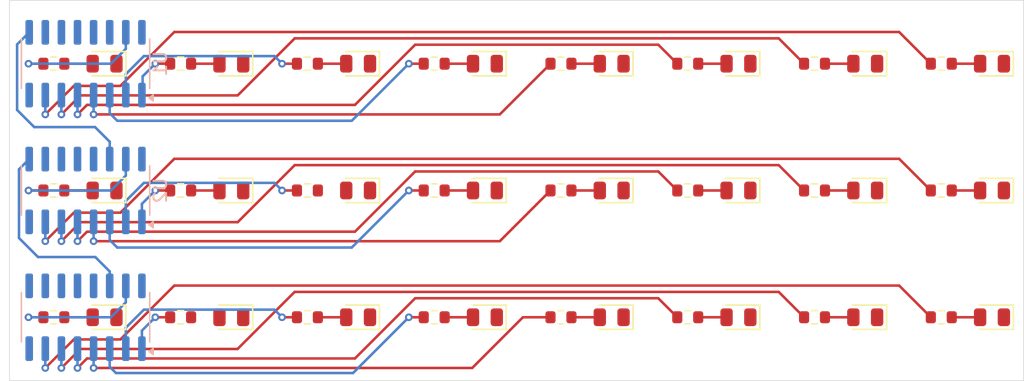
<source format=kicad_pcb>
(kicad_pcb (version 20241229) (generator "pcbnew") (generator_version "9.0")
  (layers (0 "F.Cu" signal) (2 "B.Cu" signal) (13 "F.Paste" user) (15 "B.Paste" user) (5 "F.SilkS" user "F.Silkscreen") (7 "B.SilkS" user "B.Silkscreen") (1 "F.Mask" user) (3 "B.Mask" user) (25 "Edge.Cuts" user))
  (net 0 "")
  (net 1 "Net-(D1-A)")
  (net 2 "Net-(D2-A)")
  (net 3 "Net-(D3-A)")
  (net 4 "Net-(D4-A)")
  (net 5 "Net-(D5-A)")
  (net 6 "Net-(D6-A)")
  (net 7 "Net-(D7-A)")
  (net 8 "Net-(D8-A)")
  (net 9 "Net-(D9-A)")
  (net 10 "Net-(D10-A)")
  (net 11 "Net-(D11-A)")
  (net 12 "Net-(D12-A)")
  (net 13 "Net-(D13-A)")
  (net 14 "Net-(D14-A)")
  (net 15 "Net-(D15-A)")
  (net 16 "Net-(D16-A)")
  (net 17 "GND")
  (net 19 "/5V")
  (net 21 "Net-(U1-QA)")
  (net 22 "Net-(U1-QB)")
  (net 23 "Net-(U1-QC)")
  (net 24 "Net-(U1-QD)")
  (net 25 "Net-(U1-QE)")
  (net 26 "Net-(U1-QF)")
  (net 27 "Net-(U1-QG)")
  (net 28 "Net-(U1-QH)")
  (net 29 "Net-(U2-QA)")
  (net 30 "Net-(U2-QB)")
  (net 31 "Net-(U2-QC)")
  (net 32 "Net-(U2-QD)")
  (net 33 "Net-(U2-QE)")
  (net 34 "Net-(U2-QF)")
  (net 35 "Net-(U2-QG)")
  (net 36 "Net-(U2-QH)")
  (net 37 "Net-(D17-A)")
  (net 38 "Net-(D18-A)")
  (net 39 "Net-(D19-A)")
  (net 40 "Net-(D20-A)")
  (net 41 "Net-(D21-A)")
  (net 42 "Net-(D22-A)")
  (net 43 "Net-(D23-A)")
  (net 44 "Net-(D24-A)")
  (net 45 "Net-(U3-QA)")
  (net 46 "Net-(U3-QB)")
  (net 47 "Net-(U3-QC)")
  (net 48 "Net-(U3-QD)")
  (net 49 "Net-(U3-QE)")
  (net 50 "Net-(U3-QF)")
  (net 51 "Net-(U3-QG)")
  (net 52 "Net-(U3-QH)")
  (net 55 "/SR_CLK")
  (net 56 "/SER2")
  (net 57 "/OE")
  (net 58 "/RC_CLK")
  (net 59 "/SER1")
  (net 60 "/SER3")
  (footprint "Resistor_SMD:R_0603_1608Metric" (layer "F.Cu") (at 168 46)
    (property "Reference" "R8" (hide yes))
    (property "Value" "330")
    (fp_line (start -0.237258 -0.5225) (end 0.237258 -0.5225) (stroke (width 0.12)) (layer "F.SilkS"))
    (fp_line (start -0.237258 0.5225) (end 0.237258 0.5225) (stroke (width 0.12)) (layer "F.SilkS"))
    (pad "1" smd roundrect (at -0.825 0) (size 0.8 0.95) (layers "F.Cu" "F.Mask" "F.Paste") (net 28 "Net-(U1-QH)"))
    (pad "2" smd roundrect (at 0.825 0) (size 0.8 0.95) (layers "F.Cu" "F.Mask" "F.Paste") (net 8 "Net-(D8-A)"))
  )
  (footprint "Resistor_SMD:R_0603_1608Metric" (layer "F.Cu") (at 158 66)
    (property "Reference" "R23" (hide yes))
    (property "Value" "330")
    (fp_line (start -0.237258 -0.5225) (end 0.237258 -0.5225) (stroke (width 0.12)) (layer "F.SilkS"))
    (fp_line (start -0.237258 0.5225) (end 0.237258 0.5225) (stroke (width 0.12)) (layer "F.SilkS"))
    (pad "1" smd roundrect (at -0.825 0) (size 0.8 0.95) (layers "F.Cu" "F.Mask" "F.Paste") (net 51 "Net-(U3-QG)"))
    (pad "2" smd roundrect (at 0.825 0) (size 0.8 0.95) (layers "F.Cu" "F.Mask" "F.Paste") (net 43 "Net-(D23-A)"))
  )
  (footprint "LED_SMD:LED_0805_2012Metric" (layer "F.Cu") (at 162 56 180)
    (property "Reference" "D15" (hide yes))
    (property "Value" "LED")
    (fp_line (start 1 -0.96) (end -1.685 -0.96) (stroke (width 0.12)) (layer "F.SilkS"))
    (fp_line (start -1.685 0.96) (end 1 0.96) (stroke (width 0.12)) (layer "F.SilkS"))
    (fp_line (start -1.685 -0.96) (end -1.685 0.96) (stroke (width 0.12)) (layer "F.SilkS"))
    (pad "1" smd roundrect (at -0.9375 0 180) (size 0.975 1.4) (layers "F.Cu" "F.Mask" "F.Paste") (net 17 "GND"))
    (pad "2" smd roundrect (at 0.9375 0 180) (size 0.975 1.4) (layers "F.Cu" "F.Mask" "F.Paste") (net 15 "Net-(D15-A)"))
  )
  (footprint "Resistor_SMD:R_0603_1608Metric" (layer "F.Cu") (at 118 66)
    (property "Reference" "R19" (hide yes))
    (property "Value" "330")
    (fp_line (start -0.237258 -0.5225) (end 0.237258 -0.5225) (stroke (width 0.12)) (layer "F.SilkS"))
    (fp_line (start -0.237258 0.5225) (end 0.237258 0.5225) (stroke (width 0.12)) (layer "F.SilkS"))
    (pad "1" smd roundrect (at -0.825 0) (size 0.8 0.95) (layers "F.Cu" "F.Mask" "F.Paste") (net 47 "Net-(U3-QC)"))
    (pad "2" smd roundrect (at 0.825 0) (size 0.8 0.95) (layers "F.Cu" "F.Mask" "F.Paste") (net 39 "Net-(D19-A)"))
  )
  (footprint "Resistor_SMD:R_0603_1608Metric" (layer "F.Cu") (at 128 56)
    (property "Reference" "R12" (hide yes))
    (property "Value" "330")
    (fp_line (start -0.237258 -0.5225) (end 0.237258 -0.5225) (stroke (width 0.12)) (layer "F.SilkS"))
    (fp_line (start -0.237258 0.5225) (end 0.237258 0.5225) (stroke (width 0.12)) (layer "F.SilkS"))
    (pad "1" smd roundrect (at -0.825 0) (size 0.8 0.95) (layers "F.Cu" "F.Mask" "F.Paste") (net 32 "Net-(U2-QD)"))
    (pad "2" smd roundrect (at 0.825 0) (size 0.8 0.95) (layers "F.Cu" "F.Mask" "F.Paste") (net 12 "Net-(D12-A)"))
  )
  (footprint "Resistor_SMD:R_0603_1608Metric" (layer "F.Cu") (at 118 46)
    (property "Reference" "R3" (hide yes))
    (property "Value" "330")
    (fp_line (start -0.237258 -0.5225) (end 0.237258 -0.5225) (stroke (width 0.12)) (layer "F.SilkS"))
    (fp_line (start -0.237258 0.5225) (end 0.237258 0.5225) (stroke (width 0.12)) (layer "F.SilkS"))
    (pad "1" smd roundrect (at -0.825 0) (size 0.8 0.95) (layers "F.Cu" "F.Mask" "F.Paste") (net 23 "Net-(U1-QC)"))
    (pad "2" smd roundrect (at 0.825 0) (size 0.8 0.95) (layers "F.Cu" "F.Mask" "F.Paste") (net 3 "Net-(D3-A)"))
  )
  (footprint "LED_SMD:LED_0805_2012Metric" (layer "F.Cu") (at 152 46 180)
    (property "Reference" "D6" (hide yes))
    (property "Value" "LED")
    (fp_line (start 1 -0.96) (end -1.685 -0.96) (stroke (width 0.12)) (layer "F.SilkS"))
    (fp_line (start -1.685 0.96) (end 1 0.96) (stroke (width 0.12)) (layer "F.SilkS"))
    (fp_line (start -1.685 -0.96) (end -1.685 0.96) (stroke (width 0.12)) (layer "F.SilkS"))
    (pad "1" smd roundrect (at -0.9375 0 180) (size 0.975 1.4) (layers "F.Cu" "F.Mask" "F.Paste") (net 17 "GND"))
    (pad "2" smd roundrect (at 0.9375 0 180) (size 0.975 1.4) (layers "F.Cu" "F.Mask" "F.Paste") (net 6 "Net-(D6-A)"))
  )
  (footprint "LED_SMD:LED_0805_2012Metric" (layer "F.Cu") (at 102 66 180)
    (property "Reference" "D17" (hide yes))
    (property "Value" "LED")
    (fp_line (start 1 -0.96) (end -1.685 -0.96) (stroke (width 0.12)) (layer "F.SilkS"))
    (fp_line (start -1.685 0.96) (end 1 0.96) (stroke (width 0.12)) (layer "F.SilkS"))
    (fp_line (start -1.685 -0.96) (end -1.685 0.96) (stroke (width 0.12)) (layer "F.SilkS"))
    (pad "1" smd roundrect (at -0.9375 0 180) (size 0.975 1.4) (layers "F.Cu" "F.Mask" "F.Paste") (net 17 "GND"))
    (pad "2" smd roundrect (at 0.9375 0 180) (size 0.975 1.4) (layers "F.Cu" "F.Mask" "F.Paste") (net 37 "Net-(D17-A)"))
  )
  (footprint "LED_SMD:LED_0805_2012Metric" (layer "F.Cu") (at 132 66 180)
    (property "Reference" "D20" (hide yes))
    (property "Value" "LED")
    (fp_line (start 1 -0.96) (end -1.685 -0.96) (stroke (width 0.12)) (layer "F.SilkS"))
    (fp_line (start -1.685 0.96) (end 1 0.96) (stroke (width 0.12)) (layer "F.SilkS"))
    (fp_line (start -1.685 -0.96) (end -1.685 0.96) (stroke (width 0.12)) (layer "F.SilkS"))
    (pad "1" smd roundrect (at -0.9375 0 180) (size 0.975 1.4) (layers "F.Cu" "F.Mask" "F.Paste") (net 17 "GND"))
    (pad "2" smd roundrect (at 0.9375 0 180) (size 0.975 1.4) (layers "F.Cu" "F.Mask" "F.Paste") (net 40 "Net-(D20-A)"))
  )
  (footprint "LED_SMD:LED_0805_2012Metric" (layer "F.Cu") (at 132 46 180)
    (property "Reference" "D4" (hide yes))
    (property "Value" "LED")
    (fp_line (start 1 -0.96) (end -1.685 -0.96) (stroke (width 0.12)) (layer "F.SilkS"))
    (fp_line (start -1.685 0.96) (end 1 0.96) (stroke (width 0.12)) (layer "F.SilkS"))
    (fp_line (start -1.685 -0.96) (end -1.685 0.96) (stroke (width 0.12)) (layer "F.SilkS"))
    (pad "1" smd roundrect (at -0.9375 0 180) (size 0.975 1.4) (layers "F.Cu" "F.Mask" "F.Paste") (net 17 "GND"))
    (pad "2" smd roundrect (at 0.9375 0 180) (size 0.975 1.4) (layers "F.Cu" "F.Mask" "F.Paste") (net 4 "Net-(D4-A)"))
  )
  (footprint "Resistor_SMD:R_0603_1608Metric" (layer "F.Cu") (at 168 66)
    (property "Reference" "R24" (hide yes))
    (property "Value" "330")
    (fp_line (start -0.237258 -0.5225) (end 0.237258 -0.5225) (stroke (width 0.12)) (layer "F.SilkS"))
    (fp_line (start -0.237258 0.5225) (end 0.237258 0.5225) (stroke (width 0.12)) (layer "F.SilkS"))
    (pad "1" smd roundrect (at -0.825 0) (size 0.8 0.95) (layers "F.Cu" "F.Mask" "F.Paste") (net 52 "Net-(U3-QH)"))
    (pad "2" smd roundrect (at 0.825 0) (size 0.8 0.95) (layers "F.Cu" "F.Mask" "F.Paste") (net 44 "Net-(D24-A)"))
  )
  (footprint "Resistor_SMD:R_0603_1608Metric" (layer "F.Cu") (at 148 66)
    (property "Reference" "R22" (hide yes))
    (property "Value" "330")
    (fp_line (start -0.237258 -0.5225) (end 0.237258 -0.5225) (stroke (width 0.12)) (layer "F.SilkS"))
    (fp_line (start -0.237258 0.5225) (end 0.237258 0.5225) (stroke (width 0.12)) (layer "F.SilkS"))
    (pad "1" smd roundrect (at -0.825 0) (size 0.8 0.95) (layers "F.Cu" "F.Mask" "F.Paste") (net 50 "Net-(U3-QF)"))
    (pad "2" smd roundrect (at 0.825 0) (size 0.8 0.95) (layers "F.Cu" "F.Mask" "F.Paste") (net 42 "Net-(D22-A)"))
  )
  (footprint "LED_SMD:LED_0805_2012Metric" (layer "F.Cu") (at 152 56 180)
    (property "Reference" "D14" (hide yes))
    (property "Value" "LED")
    (fp_line (start 1 -0.96) (end -1.685 -0.96) (stroke (width 0.12)) (layer "F.SilkS"))
    (fp_line (start -1.685 0.96) (end 1 0.96) (stroke (width 0.12)) (layer "F.SilkS"))
    (fp_line (start -1.685 -0.96) (end -1.685 0.96) (stroke (width 0.12)) (layer "F.SilkS"))
    (pad "1" smd roundrect (at -0.9375 0 180) (size 0.975 1.4) (layers "F.Cu" "F.Mask" "F.Paste") (net 17 "GND"))
    (pad "2" smd roundrect (at 0.9375 0 180) (size 0.975 1.4) (layers "F.Cu" "F.Mask" "F.Paste") (net 14 "Net-(D14-A)"))
  )
  (footprint "LED_SMD:LED_0805_2012Metric" (layer "F.Cu") (at 122 66 180)
    (property "Reference" "D19" (hide yes))
    (property "Value" "LED")
    (fp_line (start 1 -0.96) (end -1.685 -0.96) (stroke (width 0.12)) (layer "F.SilkS"))
    (fp_line (start -1.685 0.96) (end 1 0.96) (stroke (width 0.12)) (layer "F.SilkS"))
    (fp_line (start -1.685 -0.96) (end -1.685 0.96) (stroke (width 0.12)) (layer "F.SilkS"))
    (pad "1" smd roundrect (at -0.9375 0 180) (size 0.975 1.4) (layers "F.Cu" "F.Mask" "F.Paste") (net 17 "GND"))
    (pad "2" smd roundrect (at 0.9375 0 180) (size 0.975 1.4) (layers "F.Cu" "F.Mask" "F.Paste") (net 39 "Net-(D19-A)"))
  )
  (footprint "Resistor_SMD:R_0603_1608Metric" (layer "F.Cu") (at 98 46)
    (property "Reference" "R1" (hide yes))
    (property "Value" "330")
    (fp_line (start -0.237258 -0.5225) (end 0.237258 -0.5225) (stroke (width 0.12)) (layer "F.SilkS"))
    (fp_line (start -0.237258 0.5225) (end 0.237258 0.5225) (stroke (width 0.12)) (layer "F.SilkS"))
    (pad "1" smd roundrect (at -0.825 0) (size 0.8 0.95) (layers "F.Cu" "F.Mask" "F.Paste") (net 21 "Net-(U1-QA)"))
    (pad "2" smd roundrect (at 0.825 0) (size 0.8 0.95) (layers "F.Cu" "F.Mask" "F.Paste") (net 1 "Net-(D1-A)"))
  )
  (footprint "Resistor_SMD:R_0603_1608Metric" (layer "F.Cu") (at 148 46)
    (property "Reference" "R6" (hide yes))
    (property "Value" "330")
    (fp_line (start -0.237258 -0.5225) (end 0.237258 -0.5225) (stroke (width 0.12)) (layer "F.SilkS"))
    (fp_line (start -0.237258 0.5225) (end 0.237258 0.5225) (stroke (width 0.12)) (layer "F.SilkS"))
    (pad "1" smd roundrect (at -0.825 0) (size 0.8 0.95) (layers "F.Cu" "F.Mask" "F.Paste") (net 26 "Net-(U1-QF)"))
    (pad "2" smd roundrect (at 0.825 0) (size 0.8 0.95) (layers "F.Cu" "F.Mask" "F.Paste") (net 6 "Net-(D6-A)"))
  )
  (footprint "LED_SMD:LED_0805_2012Metric" (layer "F.Cu") (at 162 66 180)
    (property "Reference" "D23" (hide yes))
    (property "Value" "LED")
    (fp_line (start 1 -0.96) (end -1.685 -0.96) (stroke (width 0.12)) (layer "F.SilkS"))
    (fp_line (start -1.685 0.96) (end 1 0.96) (stroke (width 0.12)) (layer "F.SilkS"))
    (fp_line (start -1.685 -0.96) (end -1.685 0.96) (stroke (width 0.12)) (layer "F.SilkS"))
    (pad "1" smd roundrect (at -0.9375 0 180) (size 0.975 1.4) (layers "F.Cu" "F.Mask" "F.Paste") (net 17 "GND"))
    (pad "2" smd roundrect (at 0.9375 0 180) (size 0.975 1.4) (layers "F.Cu" "F.Mask" "F.Paste") (net 43 "Net-(D23-A)"))
  )
  (footprint "LED_SMD:LED_0805_2012Metric" (layer "F.Cu") (at 172 56 180)
    (property "Reference" "D16" (hide yes))
    (property "Value" "LED")
    (fp_line (start 1 -0.96) (end -1.685 -0.96) (stroke (width 0.12)) (layer "F.SilkS"))
    (fp_line (start -1.685 0.96) (end 1 0.96) (stroke (width 0.12)) (layer "F.SilkS"))
    (fp_line (start -1.685 -0.96) (end -1.685 0.96) (stroke (width 0.12)) (layer "F.SilkS"))
    (pad "1" smd roundrect (at -0.9375 0 180) (size 0.975 1.4) (layers "F.Cu" "F.Mask" "F.Paste") (net 17 "GND"))
    (pad "2" smd roundrect (at 0.9375 0 180) (size 0.975 1.4) (layers "F.Cu" "F.Mask" "F.Paste") (net 16 "Net-(D16-A)"))
  )
  (footprint "LED_SMD:LED_0805_2012Metric" (layer "F.Cu") (at 122 56 180)
    (property "Reference" "D11" (hide yes))
    (property "Value" "LED")
    (fp_line (start 1 -0.96) (end -1.685 -0.96) (stroke (width 0.12)) (layer "F.SilkS"))
    (fp_line (start -1.685 0.96) (end 1 0.96) (stroke (width 0.12)) (layer "F.SilkS"))
    (fp_line (start -1.685 -0.96) (end -1.685 0.96) (stroke (width 0.12)) (layer "F.SilkS"))
    (pad "1" smd roundrect (at -0.9375 0 180) (size 0.975 1.4) (layers "F.Cu" "F.Mask" "F.Paste") (net 17 "GND"))
    (pad "2" smd roundrect (at 0.9375 0 180) (size 0.975 1.4) (layers "F.Cu" "F.Mask" "F.Paste") (net 11 "Net-(D11-A)"))
  )
  (footprint "Resistor_SMD:R_0603_1608Metric" (layer "F.Cu") (at 138 46)
    (property "Reference" "R5" (hide yes))
    (property "Value" "330")
    (fp_line (start -0.237258 -0.5225) (end 0.237258 -0.5225) (stroke (width 0.12)) (layer "F.SilkS"))
    (fp_line (start -0.237258 0.5225) (end 0.237258 0.5225) (stroke (width 0.12)) (layer "F.SilkS"))
    (pad "1" smd roundrect (at -0.825 0) (size 0.8 0.95) (layers "F.Cu" "F.Mask" "F.Paste") (net 25 "Net-(U1-QE)"))
    (pad "2" smd roundrect (at 0.825 0) (size 0.8 0.95) (layers "F.Cu" "F.Mask" "F.Paste") (net 5 "Net-(D5-A)"))
  )
  (footprint "LED_SMD:LED_0805_2012Metric" (layer "F.Cu") (at 112 56 180)
    (property "Reference" "D10" (hide yes))
    (property "Value" "LED")
    (fp_line (start 1 -0.96) (end -1.685 -0.96) (stroke (width 0.12)) (layer "F.SilkS"))
    (fp_line (start -1.685 0.96) (end 1 0.96) (stroke (width 0.12)) (layer "F.SilkS"))
    (fp_line (start -1.685 -0.96) (end -1.685 0.96) (stroke (width 0.12)) (layer "F.SilkS"))
    (pad "1" smd roundrect (at -0.9375 0 180) (size 0.975 1.4) (layers "F.Cu" "F.Mask" "F.Paste") (net 17 "GND"))
    (pad "2" smd roundrect (at 0.9375 0 180) (size 0.975 1.4) (layers "F.Cu" "F.Mask" "F.Paste") (net 10 "Net-(D10-A)"))
  )
  (footprint "LED_SMD:LED_0805_2012Metric" (layer "F.Cu") (at 142 46 180)
    (property "Reference" "D5" (hide yes))
    (property "Value" "LED")
    (fp_line (start 1 -0.96) (end -1.685 -0.96) (stroke (width 0.12)) (layer "F.SilkS"))
    (fp_line (start -1.685 0.96) (end 1 0.96) (stroke (width 0.12)) (layer "F.SilkS"))
    (fp_line (start -1.685 -0.96) (end -1.685 0.96) (stroke (width 0.12)) (layer "F.SilkS"))
    (pad "1" smd roundrect (at -0.9375 0 180) (size 0.975 1.4) (layers "F.Cu" "F.Mask" "F.Paste") (net 17 "GND"))
    (pad "2" smd roundrect (at 0.9375 0 180) (size 0.975 1.4) (layers "F.Cu" "F.Mask" "F.Paste") (net 5 "Net-(D5-A)"))
  )
  (footprint "Resistor_SMD:R_0603_1608Metric" (layer "F.Cu") (at 148 56)
    (property "Reference" "R14" (hide yes))
    (property "Value" "330")
    (fp_line (start -0.237258 -0.5225) (end 0.237258 -0.5225) (stroke (width 0.12)) (layer "F.SilkS"))
    (fp_line (start -0.237258 0.5225) (end 0.237258 0.5225) (stroke (width 0.12)) (layer "F.SilkS"))
    (pad "1" smd roundrect (at -0.825 0) (size 0.8 0.95) (layers "F.Cu" "F.Mask" "F.Paste") (net 34 "Net-(U2-QF)"))
    (pad "2" smd roundrect (at 0.825 0) (size 0.8 0.95) (layers "F.Cu" "F.Mask" "F.Paste") (net 14 "Net-(D14-A)"))
  )
  (footprint "LED_SMD:LED_0805_2012Metric" (layer "F.Cu") (at 112 46 180)
    (property "Reference" "D2" (hide yes))
    (property "Value" "LED")
    (fp_line (start 1 -0.96) (end -1.685 -0.96) (stroke (width 0.12)) (layer "F.SilkS"))
    (fp_line (start -1.685 0.96) (end 1 0.96) (stroke (width 0.12)) (layer "F.SilkS"))
    (fp_line (start -1.685 -0.96) (end -1.685 0.96) (stroke (width 0.12)) (layer "F.SilkS"))
    (pad "1" smd roundrect (at -0.9375 0 180) (size 0.975 1.4) (layers "F.Cu" "F.Mask" "F.Paste") (net 17 "GND"))
    (pad "2" smd roundrect (at 0.9375 0 180) (size 0.975 1.4) (layers "F.Cu" "F.Mask" "F.Paste") (net 2 "Net-(D2-A)"))
  )
  (footprint "LED_SMD:LED_0805_2012Metric" (layer "F.Cu") (at 102 56 180)
    (property "Reference" "D9" (hide yes))
    (property "Value" "LED")
    (fp_line (start 1 -0.96) (end -1.685 -0.96) (stroke (width 0.12)) (layer "F.SilkS"))
    (fp_line (start -1.685 0.96) (end 1 0.96) (stroke (width 0.12)) (layer "F.SilkS"))
    (fp_line (start -1.685 -0.96) (end -1.685 0.96) (stroke (width 0.12)) (layer "F.SilkS"))
    (pad "1" smd roundrect (at -0.9375 0 180) (size 0.975 1.4) (layers "F.Cu" "F.Mask" "F.Paste") (net 17 "GND"))
    (pad "2" smd roundrect (at 0.9375 0 180) (size 0.975 1.4) (layers "F.Cu" "F.Mask" "F.Paste") (net 9 "Net-(D9-A)"))
  )
  (footprint "LED_SMD:LED_0805_2012Metric" (layer "F.Cu") (at 122 46 180)
    (property "Reference" "D3" (hide yes))
    (property "Value" "LED")
    (fp_line (start 1 -0.96) (end -1.685 -0.96) (stroke (width 0.12)) (layer "F.SilkS"))
    (fp_line (start -1.685 0.96) (end 1 0.96) (stroke (width 0.12)) (layer "F.SilkS"))
    (fp_line (start -1.685 -0.96) (end -1.685 0.96) (stroke (width 0.12)) (layer "F.SilkS"))
    (pad "1" smd roundrect (at -0.9375 0 180) (size 0.975 1.4) (layers "F.Cu" "F.Mask" "F.Paste") (net 17 "GND"))
    (pad "2" smd roundrect (at 0.9375 0 180) (size 0.975 1.4) (layers "F.Cu" "F.Mask" "F.Paste") (net 3 "Net-(D3-A)"))
  )
  (footprint "Resistor_SMD:R_0603_1608Metric" (layer "F.Cu") (at 158 46)
    (property "Reference" "R7" (hide yes))
    (property "Value" "330")
    (fp_line (start -0.237258 -0.5225) (end 0.237258 -0.5225) (stroke (width 0.12)) (layer "F.SilkS"))
    (fp_line (start -0.237258 0.5225) (end 0.237258 0.5225) (stroke (width 0.12)) (layer "F.SilkS"))
    (pad "1" smd roundrect (at -0.825 0) (size 0.8 0.95) (layers "F.Cu" "F.Mask" "F.Paste") (net 27 "Net-(U1-QG)"))
    (pad "2" smd roundrect (at 0.825 0) (size 0.8 0.95) (layers "F.Cu" "F.Mask" "F.Paste") (net 7 "Net-(D7-A)"))
  )
  (footprint "Resistor_SMD:R_0603_1608Metric" (layer "F.Cu") (at 138 66)
    (property "Reference" "R21" (hide yes))
    (property "Value" "330")
    (fp_line (start -0.237258 -0.5225) (end 0.237258 -0.5225) (stroke (width 0.12)) (layer "F.SilkS"))
    (fp_line (start -0.237258 0.5225) (end 0.237258 0.5225) (stroke (width 0.12)) (layer "F.SilkS"))
    (pad "1" smd roundrect (at -0.825 0) (size 0.8 0.95) (layers "F.Cu" "F.Mask" "F.Paste") (net 49 "Net-(U3-QE)"))
    (pad "2" smd roundrect (at 0.825 0) (size 0.8 0.95) (layers "F.Cu" "F.Mask" "F.Paste") (net 41 "Net-(D21-A)"))
  )
  (footprint "Resistor_SMD:R_0603_1608Metric" (layer "F.Cu") (at 98 66)
    (property "Reference" "R17" (hide yes))
    (property "Value" "330")
    (fp_line (start -0.237258 -0.5225) (end 0.237258 -0.5225) (stroke (width 0.12)) (layer "F.SilkS"))
    (fp_line (start -0.237258 0.5225) (end 0.237258 0.5225) (stroke (width 0.12)) (layer "F.SilkS"))
    (pad "1" smd roundrect (at -0.825 0) (size 0.8 0.95) (layers "F.Cu" "F.Mask" "F.Paste") (net 45 "Net-(U3-QA)"))
    (pad "2" smd roundrect (at 0.825 0) (size 0.8 0.95) (layers "F.Cu" "F.Mask" "F.Paste") (net 37 "Net-(D17-A)"))
  )
  (footprint "LED_SMD:LED_0805_2012Metric" (layer "F.Cu") (at 152 66 180)
    (property "Reference" "D22" (hide yes))
    (property "Value" "LED")
    (fp_line (start 1 -0.96) (end -1.685 -0.96) (stroke (width 0.12)) (layer "F.SilkS"))
    (fp_line (start -1.685 0.96) (end 1 0.96) (stroke (width 0.12)) (layer "F.SilkS"))
    (fp_line (start -1.685 -0.96) (end -1.685 0.96) (stroke (width 0.12)) (layer "F.SilkS"))
    (pad "1" smd roundrect (at -0.9375 0 180) (size 0.975 1.4) (layers "F.Cu" "F.Mask" "F.Paste") (net 17 "GND"))
    (pad "2" smd roundrect (at 0.9375 0 180) (size 0.975 1.4) (layers "F.Cu" "F.Mask" "F.Paste") (net 42 "Net-(D22-A)"))
  )
  (footprint "LED_SMD:LED_0805_2012Metric" (layer "F.Cu") (at 142 56 180)
    (property "Reference" "D13" (hide yes))
    (property "Value" "LED")
    (fp_line (start 1 -0.96) (end -1.685 -0.96) (stroke (width 0.12)) (layer "F.SilkS"))
    (fp_line (start -1.685 0.96) (end 1 0.96) (stroke (width 0.12)) (layer "F.SilkS"))
    (fp_line (start -1.685 -0.96) (end -1.685 0.96) (stroke (width 0.12)) (layer "F.SilkS"))
    (pad "1" smd roundrect (at -0.9375 0 180) (size 0.975 1.4) (layers "F.Cu" "F.Mask" "F.Paste") (net 17 "GND"))
    (pad "2" smd roundrect (at 0.9375 0 180) (size 0.975 1.4) (layers "F.Cu" "F.Mask" "F.Paste") (net 13 "Net-(D13-A)"))
  )
  (footprint "Resistor_SMD:R_0603_1608Metric" (layer "F.Cu") (at 128 66)
    (property "Reference" "R20" (hide yes))
    (property "Value" "330")
    (fp_line (start -0.237258 -0.5225) (end 0.237258 -0.5225) (stroke (width 0.12)) (layer "F.SilkS"))
    (fp_line (start -0.237258 0.5225) (end 0.237258 0.5225) (stroke (width 0.12)) (layer "F.SilkS"))
    (pad "1" smd roundrect (at -0.825 0) (size 0.8 0.95) (layers "F.Cu" "F.Mask" "F.Paste") (net 48 "Net-(U3-QD)"))
    (pad "2" smd roundrect (at 0.825 0) (size 0.8 0.95) (layers "F.Cu" "F.Mask" "F.Paste") (net 40 "Net-(D20-A)"))
  )
  (footprint "LED_SMD:LED_0805_2012Metric" (layer "F.Cu") (at 112 66 180)
    (property "Reference" "D18" (hide yes))
    (property "Value" "LED")
    (fp_line (start 1 -0.96) (end -1.685 -0.96) (stroke (width 0.12)) (layer "F.SilkS"))
    (fp_line (start -1.685 0.96) (end 1 0.96) (stroke (width 0.12)) (layer "F.SilkS"))
    (fp_line (start -1.685 -0.96) (end -1.685 0.96) (stroke (width 0.12)) (layer "F.SilkS"))
    (pad "1" smd roundrect (at -0.9375 0 180) (size 0.975 1.4) (layers "F.Cu" "F.Mask" "F.Paste") (net 17 "GND"))
    (pad "2" smd roundrect (at 0.9375 0 180) (size 0.975 1.4) (layers "F.Cu" "F.Mask" "F.Paste") (net 38 "Net-(D18-A)"))
  )
  (footprint "Resistor_SMD:R_0603_1608Metric" (layer "F.Cu") (at 108 46)
    (property "Reference" "R2" (hide yes))
    (property "Value" "330")
    (fp_line (start -0.237258 -0.5225) (end 0.237258 -0.5225) (stroke (width 0.12)) (layer "F.SilkS"))
    (fp_line (start -0.237258 0.5225) (end 0.237258 0.5225) (stroke (width 0.12)) (layer "F.SilkS"))
    (pad "1" smd roundrect (at -0.825 0) (size 0.8 0.95) (layers "F.Cu" "F.Mask" "F.Paste") (net 22 "Net-(U1-QB)"))
    (pad "2" smd roundrect (at 0.825 0) (size 0.8 0.95) (layers "F.Cu" "F.Mask" "F.Paste") (net 2 "Net-(D2-A)"))
  )
  (footprint "Resistor_SMD:R_0603_1608Metric" (layer "F.Cu") (at 128 46)
    (property "Reference" "R4" (hide yes))
    (property "Value" "330")
    (fp_line (start -0.237258 -0.5225) (end 0.237258 -0.5225) (stroke (width 0.12)) (layer "F.SilkS"))
    (fp_line (start -0.237258 0.5225) (end 0.237258 0.5225) (stroke (width 0.12)) (layer "F.SilkS"))
    (pad "1" smd roundrect (at -0.825 0) (size 0.8 0.95) (layers "F.Cu" "F.Mask" "F.Paste") (net 24 "Net-(U1-QD)"))
    (pad "2" smd roundrect (at 0.825 0) (size 0.8 0.95) (layers "F.Cu" "F.Mask" "F.Paste") (net 4 "Net-(D4-A)"))
  )
  (footprint "Resistor_SMD:R_0603_1608Metric" (layer "F.Cu") (at 98 56)
    (property "Reference" "R9" (hide yes))
    (property "Value" "330")
    (fp_line (start -0.237258 -0.5225) (end 0.237258 -0.5225) (stroke (width 0.12)) (layer "F.SilkS"))
    (fp_line (start -0.237258 0.5225) (end 0.237258 0.5225) (stroke (width 0.12)) (layer "F.SilkS"))
    (pad "1" smd roundrect (at -0.825 0) (size 0.8 0.95) (layers "F.Cu" "F.Mask" "F.Paste") (net 29 "Net-(U2-QA)"))
    (pad "2" smd roundrect (at 0.825 0) (size 0.8 0.95) (layers "F.Cu" "F.Mask" "F.Paste") (net 9 "Net-(D9-A)"))
  )
  (footprint "LED_SMD:LED_0805_2012Metric" (layer "F.Cu") (at 162 46 180)
    (property "Reference" "D7" (hide yes))
    (property "Value" "LED")
    (fp_line (start 1 -0.96) (end -1.685 -0.96) (stroke (width 0.12)) (layer "F.SilkS"))
    (fp_line (start -1.685 0.96) (end 1 0.96) (stroke (width 0.12)) (layer "F.SilkS"))
    (fp_line (start -1.685 -0.96) (end -1.685 0.96) (stroke (width 0.12)) (layer "F.SilkS"))
    (pad "1" smd roundrect (at -0.9375 0 180) (size 0.975 1.4) (layers "F.Cu" "F.Mask" "F.Paste") (net 17 "GND"))
    (pad "2" smd roundrect (at 0.9375 0 180) (size 0.975 1.4) (layers "F.Cu" "F.Mask" "F.Paste") (net 7 "Net-(D7-A)"))
  )
  (footprint "Resistor_SMD:R_0603_1608Metric" (layer "F.Cu") (at 108 56)
    (property "Reference" "R10" (hide yes))
    (property "Value" "330")
    (fp_line (start -0.237258 -0.5225) (end 0.237258 -0.5225) (stroke (width 0.12)) (layer "F.SilkS"))
    (fp_line (start -0.237258 0.5225) (end 0.237258 0.5225) (stroke (width 0.12)) (layer "F.SilkS"))
    (pad "1" smd roundrect (at -0.825 0) (size 0.8 0.95) (layers "F.Cu" "F.Mask" "F.Paste") (net 30 "Net-(U2-QB)"))
    (pad "2" smd roundrect (at 0.825 0) (size 0.8 0.95) (layers "F.Cu" "F.Mask" "F.Paste") (net 10 "Net-(D10-A)"))
  )
  (footprint "Resistor_SMD:R_0603_1608Metric" (layer "F.Cu") (at 138 56)
    (property "Reference" "R13" (hide yes))
    (property "Value" "330")
    (fp_line (start -0.237258 -0.5225) (end 0.237258 -0.5225) (stroke (width 0.12)) (layer "F.SilkS"))
    (fp_line (start -0.237258 0.5225) (end 0.237258 0.5225) (stroke (width 0.12)) (layer "F.SilkS"))
    (pad "1" smd roundrect (at -0.825 0) (size 0.8 0.95) (layers "F.Cu" "F.Mask" "F.Paste") (net 33 "Net-(U2-QE)"))
    (pad "2" smd roundrect (at 0.825 0) (size 0.8 0.95) (layers "F.Cu" "F.Mask" "F.Paste") (net 13 "Net-(D13-A)"))
  )
  (footprint "Resistor_SMD:R_0603_1608Metric" (layer "F.Cu") (at 118 56)
    (property "Reference" "R11" (hide yes))
    (property "Value" "330")
    (fp_line (start -0.237258 -0.5225) (end 0.237258 -0.5225) (stroke (width 0.12)) (layer "F.SilkS"))
    (fp_line (start -0.237258 0.5225) (end 0.237258 0.5225) (stroke (width 0.12)) (layer "F.SilkS"))
    (pad "1" smd roundrect (at -0.825 0) (size 0.8 0.95) (layers "F.Cu" "F.Mask" "F.Paste") (net 31 "Net-(U2-QC)"))
    (pad "2" smd roundrect (at 0.825 0) (size 0.8 0.95) (layers "F.Cu" "F.Mask" "F.Paste") (net 11 "Net-(D11-A)"))
  )
  (footprint "Resistor_SMD:R_0603_1608Metric" (layer "F.Cu") (at 108 66)
    (property "Reference" "R18" (hide yes))
    (property "Value" "330")
    (fp_line (start -0.237258 -0.5225) (end 0.237258 -0.5225) (stroke (width 0.12)) (layer "F.SilkS"))
    (fp_line (start -0.237258 0.5225) (end 0.237258 0.5225) (stroke (width 0.12)) (layer "F.SilkS"))
    (pad "1" smd roundrect (at -0.825 0) (size 0.8 0.95) (layers "F.Cu" "F.Mask" "F.Paste") (net 46 "Net-(U3-QB)"))
    (pad "2" smd roundrect (at 0.825 0) (size 0.8 0.95) (layers "F.Cu" "F.Mask" "F.Paste") (net 38 "Net-(D18-A)"))
  )
  (footprint "Resistor_SMD:R_0603_1608Metric" (layer "F.Cu") (at 168 56)
    (property "Reference" "R16" (hide yes))
    (property "Value" "330")
    (fp_line (start -0.237258 -0.5225) (end 0.237258 -0.5225) (stroke (width 0.12)) (layer "F.SilkS"))
    (fp_line (start -0.237258 0.5225) (end 0.237258 0.5225) (stroke (width 0.12)) (layer "F.SilkS"))
    (pad "1" smd roundrect (at -0.825 0) (size 0.8 0.95) (layers "F.Cu" "F.Mask" "F.Paste") (net 36 "Net-(U2-QH)"))
    (pad "2" smd roundrect (at 0.825 0) (size 0.8 0.95) (layers "F.Cu" "F.Mask" "F.Paste") (net 16 "Net-(D16-A)"))
  )
  (footprint "LED_SMD:LED_0805_2012Metric" (layer "F.Cu") (at 142 66 180)
    (property "Reference" "D21" (hide yes))
    (property "Value" "LED")
    (fp_line (start 1 -0.96) (end -1.685 -0.96) (stroke (width 0.12)) (layer "F.SilkS"))
    (fp_line (start -1.685 0.96) (end 1 0.96) (stroke (width 0.12)) (layer "F.SilkS"))
    (fp_line (start -1.685 -0.96) (end -1.685 0.96) (stroke (width 0.12)) (layer "F.SilkS"))
    (pad "1" smd roundrect (at -0.9375 0 180) (size 0.975 1.4) (layers "F.Cu" "F.Mask" "F.Paste") (net 17 "GND"))
    (pad "2" smd roundrect (at 0.9375 0 180) (size 0.975 1.4) (layers "F.Cu" "F.Mask" "F.Paste") (net 41 "Net-(D21-A)"))
  )
  (footprint "Resistor_SMD:R_0603_1608Metric" (layer "F.Cu") (at 158 56)
    (property "Reference" "R15" (hide yes))
    (property "Value" "330")
    (fp_line (start -0.237258 -0.5225) (end 0.237258 -0.5225) (stroke (width 0.12)) (layer "F.SilkS"))
    (fp_line (start -0.237258 0.5225) (end 0.237258 0.5225) (stroke (width 0.12)) (layer "F.SilkS"))
    (pad "1" smd roundrect (at -0.825 0) (size 0.8 0.95) (layers "F.Cu" "F.Mask" "F.Paste") (net 35 "Net-(U2-QG)"))
    (pad "2" smd roundrect (at 0.825 0) (size 0.8 0.95) (layers "F.Cu" "F.Mask" "F.Paste") (net 15 "Net-(D15-A)"))
  )
  (footprint "LED_SMD:LED_0805_2012Metric" (layer "F.Cu") (at 172 66 180)
    (property "Reference" "D24" (hide yes))
    (property "Value" "LED")
    (fp_line (start 1 -0.96) (end -1.685 -0.96) (stroke (width 0.12)) (layer "F.SilkS"))
    (fp_line (start -1.685 0.96) (end 1 0.96) (stroke (width 0.12)) (layer "F.SilkS"))
    (fp_line (start -1.685 -0.96) (end -1.685 0.96) (stroke (width 0.12)) (layer "F.SilkS"))
    (pad "1" smd roundrect (at -0.9375 0 180) (size 0.975 1.4) (layers "F.Cu" "F.Mask" "F.Paste") (net 17 "GND"))
    (pad "2" smd roundrect (at 0.9375 0 180) (size 0.975 1.4) (layers "F.Cu" "F.Mask" "F.Paste") (net 44 "Net-(D24-A)"))
  )
  (footprint "LED_SMD:LED_0805_2012Metric" (layer "F.Cu") (at 132 56 180)
    (property "Reference" "D12" (hide yes))
    (property "Value" "LED")
    (fp_line (start 1 -0.96) (end -1.685 -0.96) (stroke (width 0.12)) (layer "F.SilkS"))
    (fp_line (start -1.685 0.96) (end 1 0.96) (stroke (width 0.12)) (layer "F.SilkS"))
    (fp_line (start -1.685 -0.96) (end -1.685 0.96) (stroke (width 0.12)) (layer "F.SilkS"))
    (pad "1" smd roundrect (at -0.9375 0 180) (size 0.975 1.4) (layers "F.Cu" "F.Mask" "F.Paste") (net 17 "GND"))
    (pad "2" smd roundrect (at 0.9375 0 180) (size 0.975 1.4) (layers "F.Cu" "F.Mask" "F.Paste") (net 12 "Net-(D12-A)"))
  )
  (footprint "LED_SMD:LED_0805_2012Metric" (layer "F.Cu") (at 172 46 180)
    (property "Reference" "D8" (hide yes))
    (property "Value" "LED")
    (fp_line (start 1 -0.96) (end -1.685 -0.96) (stroke (width 0.12)) (layer "F.SilkS"))
    (fp_line (start -1.685 0.96) (end 1 0.96) (stroke (width 0.12)) (layer "F.SilkS"))
    (fp_line (start -1.685 -0.96) (end -1.685 0.96) (stroke (width 0.12)) (layer "F.SilkS"))
    (pad "1" smd roundrect (at -0.9375 0 180) (size 0.975 1.4) (layers "F.Cu" "F.Mask" "F.Paste") (net 17 "GND"))
    (pad "2" smd roundrect (at 0.9375 0 180) (size 0.975 1.4) (layers "F.Cu" "F.Mask" "F.Paste") (net 8 "Net-(D8-A)"))
  )
  (footprint "LED_SMD:LED_0805_2012Metric" (layer "F.Cu") (at 102 46 180)
    (property "Reference" "D1" (hide yes))
    (property "Value" "LED")
    (fp_line (start 1 -0.96) (end -1.685 -0.96) (stroke (width 0.12)) (layer "F.SilkS"))
    (fp_line (start -1.685 0.96) (end 1 0.96) (stroke (width 0.12)) (layer "F.SilkS"))
    (fp_line (start -1.685 -0.96) (end -1.685 0.96) (stroke (width 0.12)) (layer "F.SilkS"))
    (pad "1" smd roundrect (at -0.9375 0 180) (size 0.975 1.4) (layers "F.Cu" "F.Mask" "F.Paste") (net 17 "GND"))
    (pad "2" smd roundrect (at 0.9375 0 180) (size 0.975 1.4) (layers "F.Cu" "F.Mask" "F.Paste") (net 1 "Net-(D1-A)"))
  )
  (footprint "Package_SO:SOIC-16_3.9x9.9mm_P1.27mm" (layer "B.Cu") (at 100.5 56 90)
    (property "Reference" "U2" (at 0 5.9 90) (layer "B.SilkS") (effects (justify mirror)))
    (property "Value" "74AHCT595")
    (fp_line (start 0 -5.06) (end 1.95 -5.06) (stroke (width 0.12)) (layer "B.SilkS"))
    (fp_line (start 0 -5.06) (end -1.95 -5.06) (stroke (width 0.12)) (layer "B.SilkS"))
    (fp_line (start 0 5.06) (end 1.95 5.06) (stroke (width 0.12)) (layer "B.SilkS"))
    (fp_line (start 0 5.06) (end -1.95 5.06) (stroke (width 0.12)) (layer "B.SilkS"))
    (fp_poly (pts (xy -2.7 5.005) (xy -2.94 5.335) (xy -2.46 5.335)) (stroke (width 0.12)) (fill yes) (layer "B.SilkS"))
    (pad "1" smd roundrect (at -2.475 4.445 90) (size 1.95 0.6) (layers "B.Cu" "B.Mask" "B.Paste") (net 30 "Net-(U2-QB)"))
    (pad "2" smd roundrect (at -2.475 3.175 90) (size 1.95 0.6) (layers "B.Cu" "B.Mask" "B.Paste") (net 31 "Net-(U2-QC)"))
    (pad "3" smd roundrect (at -2.475 1.905 90) (size 1.95 0.6) (layers "B.Cu" "B.Mask" "B.Paste") (net 32 "Net-(U2-QD)"))
    (pad "4" smd roundrect (at -2.475 0.635 90) (size 1.95 0.6) (layers "B.Cu" "B.Mask" "B.Paste") (net 33 "Net-(U2-QE)"))
    (pad "5" smd roundrect (at -2.475 -0.635 90) (size 1.95 0.6) (layers "B.Cu" "B.Mask" "B.Paste") (net 34 "Net-(U2-QF)"))
    (pad "6" smd roundrect (at -2.475 -1.905 90) (size 1.95 0.6) (layers "B.Cu" "B.Mask" "B.Paste") (net 35 "Net-(U2-QG)"))
    (pad "7" smd roundrect (at -2.475 -3.175 90) (size 1.95 0.6) (layers "B.Cu" "B.Mask" "B.Paste") (net 36 "Net-(U2-QH)"))
    (pad "8" smd roundrect (at -2.475 -4.445 90) (size 1.95 0.6) (layers "B.Cu" "B.Mask" "B.Paste") (net 17 "GND"))
    (pad "9" smd roundrect (at 2.475 -4.445 90) (size 1.95 0.6) (layers "B.Cu" "B.Mask" "B.Paste") (net 60 "/SER3"))
    (pad "10" smd roundrect (at 2.475 -3.175 90) (size 1.95 0.6) (layers "B.Cu" "B.Mask" "B.Paste"))
    (pad "11" smd roundrect (at 2.475 -1.905 90) (size 1.95 0.6) (layers "B.Cu" "B.Mask" "B.Paste") (net 55 "/SR_CLK"))
    (pad "12" smd roundrect (at 2.475 -0.635 90) (size 1.95 0.6) (layers "B.Cu" "B.Mask" "B.Paste") (net 58 "/RC_CLK"))
    (pad "13" smd roundrect (at 2.475 0.635 90) (size 1.95 0.6) (layers "B.Cu" "B.Mask" "B.Paste") (net 57 "/OE"))
    (pad "14" smd roundrect (at 2.475 1.905 90) (size 1.95 0.6) (layers "B.Cu" "B.Mask" "B.Paste") (net 56 "/SER2"))
    (pad "15" smd roundrect (at 2.475 3.175 90) (size 1.95 0.6) (layers "B.Cu" "B.Mask" "B.Paste") (net 29 "Net-(U2-QA)"))
    (pad "16" smd roundrect (at 2.475 4.445 90) (size 1.95 0.6) (layers "B.Cu" "B.Mask" "B.Paste") (net 19 "/5V"))
  )
  (footprint "Package_SO:SOIC-16_3.9x9.9mm_P1.27mm" (layer "B.Cu") (at 100.5 46 90)
    (property "Reference" "U1" (at 0 5.9 90) (layer "B.SilkS") (effects (justify mirror)))
    (property "Value" "74AHCT595")
    (fp_line (start 0 -5.06) (end 1.95 -5.06) (stroke (width 0.12)) (layer "B.SilkS"))
    (fp_line (start 0 -5.06) (end -1.95 -5.06) (stroke (width 0.12)) (layer "B.SilkS"))
    (fp_line (start 0 5.06) (end 1.95 5.06) (stroke (width 0.12)) (layer "B.SilkS"))
    (fp_line (start 0 5.06) (end -1.95 5.06) (stroke (width 0.12)) (layer "B.SilkS"))
    (fp_poly (pts (xy -2.7 5.005) (xy -2.94 5.335) (xy -2.46 5.335)) (stroke (width 0.12)) (fill yes) (layer "B.SilkS"))
    (pad "1" smd roundrect (at -2.475 4.445 90) (size 1.95 0.6) (layers "B.Cu" "B.Mask" "B.Paste") (net 22 "Net-(U1-QB)"))
    (pad "2" smd roundrect (at -2.475 3.175 90) (size 1.95 0.6) (layers "B.Cu" "B.Mask" "B.Paste") (net 23 "Net-(U1-QC)"))
    (pad "3" smd roundrect (at -2.475 1.905 90) (size 1.95 0.6) (layers "B.Cu" "B.Mask" "B.Paste") (net 24 "Net-(U1-QD)"))
    (pad "4" smd roundrect (at -2.475 0.635 90) (size 1.95 0.6) (layers "B.Cu" "B.Mask" "B.Paste") (net 25 "Net-(U1-QE)"))
    (pad "5" smd roundrect (at -2.475 -0.635 90) (size 1.95 0.6) (layers "B.Cu" "B.Mask" "B.Paste") (net 26 "Net-(U1-QF)"))
    (pad "6" smd roundrect (at -2.475 -1.905 90) (size 1.95 0.6) (layers "B.Cu" "B.Mask" "B.Paste") (net 27 "Net-(U1-QG)"))
    (pad "7" smd roundrect (at -2.475 -3.175 90) (size 1.95 0.6) (layers "B.Cu" "B.Mask" "B.Paste") (net 28 "Net-(U1-QH)"))
    (pad "8" smd roundrect (at -2.475 -4.445 90) (size 1.95 0.6) (layers "B.Cu" "B.Mask" "B.Paste") (net 17 "GND"))
    (pad "9" smd roundrect (at 2.475 -4.445 90) (size 1.95 0.6) (layers "B.Cu" "B.Mask" "B.Paste") (net 56 "/SER2"))
    (pad "10" smd roundrect (at 2.475 -3.175 90) (size 1.95 0.6) (layers "B.Cu" "B.Mask" "B.Paste"))
    (pad "11" smd roundrect (at 2.475 -1.905 90) (size 1.95 0.6) (layers "B.Cu" "B.Mask" "B.Paste") (net 55 "/SR_CLK"))
    (pad "12" smd roundrect (at 2.475 -0.635 90) (size 1.95 0.6) (layers "B.Cu" "B.Mask" "B.Paste") (net 58 "/RC_CLK"))
    (pad "13" smd roundrect (at 2.475 0.635 90) (size 1.95 0.6) (layers "B.Cu" "B.Mask" "B.Paste") (net 57 "/OE"))
    (pad "14" smd roundrect (at 2.475 1.905 90) (size 1.95 0.6) (layers "B.Cu" "B.Mask" "B.Paste") (net 59 "/SER1"))
    (pad "15" smd roundrect (at 2.475 3.175 90) (size 1.95 0.6) (layers "B.Cu" "B.Mask" "B.Paste") (net 21 "Net-(U1-QA)"))
    (pad "16" smd roundrect (at 2.475 4.445 90) (size 1.95 0.6) (layers "B.Cu" "B.Mask" "B.Paste") (net 19 "/5V"))
  )
  (footprint "Package_SO:SOIC-16_3.9x9.9mm_P1.27mm" (layer "B.Cu") (at 100.5 66 90)
    (property "Reference" "U3" (hide yes))
    (property "Value" "74AHCT595")
    (fp_line (start 0 -5.06) (end 1.95 -5.06) (stroke (width 0.12)) (layer "B.SilkS"))
    (fp_line (start 0 -5.06) (end -1.95 -5.06) (stroke (width 0.12)) (layer "B.SilkS"))
    (fp_line (start 0 5.06) (end 1.95 5.06) (stroke (width 0.12)) (layer "B.SilkS"))
    (fp_line (start 0 5.06) (end -1.95 5.06) (stroke (width 0.12)) (layer "B.SilkS"))
    (fp_poly (pts (xy -2.7 5.005) (xy -2.94 5.335) (xy -2.46 5.335)) (stroke (width 0.12)) (fill yes) (layer "B.SilkS"))
    (pad "1" smd roundrect (at -2.475 4.445 90) (size 1.95 0.6) (layers "B.Cu" "B.Mask" "B.Paste") (net 46 "Net-(U3-QB)"))
    (pad "2" smd roundrect (at -2.475 3.175 90) (size 1.95 0.6) (layers "B.Cu" "B.Mask" "B.Paste") (net 47 "Net-(U3-QC)"))
    (pad "3" smd roundrect (at -2.475 1.905 90) (size 1.95 0.6) (layers "B.Cu" "B.Mask" "B.Paste") (net 48 "Net-(U3-QD)"))
    (pad "4" smd roundrect (at -2.475 0.635 90) (size 1.95 0.6) (layers "B.Cu" "B.Mask" "B.Paste") (net 49 "Net-(U3-QE)"))
    (pad "5" smd roundrect (at -2.475 -0.635 90) (size 1.95 0.6) (layers "B.Cu" "B.Mask" "B.Paste") (net 50 "Net-(U3-QF)"))
    (pad "6" smd roundrect (at -2.475 -1.905 90) (size 1.95 0.6) (layers "B.Cu" "B.Mask" "B.Paste") (net 51 "Net-(U3-QG)"))
    (pad "7" smd roundrect (at -2.475 -3.175 90) (size 1.95 0.6) (layers "B.Cu" "B.Mask" "B.Paste") (net 52 "Net-(U3-QH)"))
    (pad "8" smd roundrect (at -2.475 -4.445 90) (size 1.95 0.6) (layers "B.Cu" "B.Mask" "B.Paste") (net 17 "GND"))
    (pad "9" smd roundrect (at 2.475 -4.445 90) (size 1.95 0.6) (layers "B.Cu" "B.Mask" "B.Paste"))
    (pad "10" smd roundrect (at 2.475 -3.175 90) (size 1.95 0.6) (layers "B.Cu" "B.Mask" "B.Paste"))
    (pad "11" smd roundrect (at 2.475 -1.905 90) (size 1.95 0.6) (layers "B.Cu" "B.Mask" "B.Paste") (net 55 "/SR_CLK"))
    (pad "12" smd roundrect (at 2.475 -0.635 90) (size 1.95 0.6) (layers "B.Cu" "B.Mask" "B.Paste") (net 58 "/RC_CLK"))
    (pad "13" smd roundrect (at 2.475 0.635 90) (size 1.95 0.6) (layers "B.Cu" "B.Mask" "B.Paste") (net 57 "/OE"))
    (pad "14" smd roundrect (at 2.475 1.905 90) (size 1.95 0.6) (layers "B.Cu" "B.Mask" "B.Paste") (net 60 "/SER3"))
    (pad "15" smd roundrect (at 2.475 3.175 90) (size 1.95 0.6) (layers "B.Cu" "B.Mask" "B.Paste") (net 45 "Net-(U3-QA)"))
    (pad "16" smd roundrect (at 2.475 4.445 90) (size 1.95 0.6) (layers "B.Cu" "B.Mask" "B.Paste") (net 19 "/5V"))
  )
  (gr_rect (start 94.5 41) (end 174.5 71) (stroke (width 0.05)) (fill no) (layer "Edge.Cuts"))
  (segment (start 98.825 46) (end 101.0625 46) (width 0.2) (layer "F.Cu") (net 1))
  (segment (start 108.825 46) (end 111.0625 46) (width 0.2) (layer "F.Cu") (net 2))
  (segment (start 118.825 46) (end 121.0625 46) (width 0.2) (layer "F.Cu") (net 3))
  (segment (start 128.825 46) (end 131.0625 46) (width 0.2) (layer "F.Cu") (net 4))
  (segment (start 138.825 46) (end 141.0625 46) (width 0.2) (layer "F.Cu") (net 5))
  (segment (start 148.825 46) (end 151.0625 46) (width 0.2) (layer "F.Cu") (net 6))
  (segment (start 158.825 46) (end 161.0625 46) (width 0.2) (layer "F.Cu") (net 7))
  (segment (start 168.825 46) (end 171.0625 46) (width 0.2) (layer "F.Cu") (net 8))
  (segment (start 98.825 56) (end 101.0625 56) (width 0.2) (layer "F.Cu") (net 9))
  (segment (start 108.825 56) (end 111.0625 56) (width 0.2) (layer "F.Cu") (net 10))
  (segment (start 131.0625 56) (end 128.825 56) (width 0.2) (layer "F.Cu") (net 12))
  (segment (start 141.0625 56) (end 138.825 56) (width 0.2) (layer "F.Cu") (net 13))
  (segment (start 151.0625 56) (end 148.825 56) (width 0.2) (layer "F.Cu") (net 14))
  (segment (start 158.825 56) (end 161.0625 56) (width 0.2) (layer "F.Cu") (net 15))
  (segment (start 168.825 56) (end 171.0625 56) (width 0.2) (layer "F.Cu") (net 16))
  (segment (start 97.175 46) (end 96 46) (width 0.2) (layer "F.Cu") (net 21))
  (via (at 96 46) (size 0.6) (drill 0.3) (layers "F.Cu" "B.Cu") (net 21))
  (segment (start 103.675 43.525) (end 103.675 44.825) (width 0.2) (layer "B.Cu") (net 21))
  (segment (start 103.675 44.825) (end 102.5 46) (width 0.2) (layer "B.Cu") (net 21))
  (segment (start 102.5 46) (end 96 46) (width 0.2) (layer "B.Cu") (net 21))
  (segment (start 107.175 46) (end 106 46) (width 0.2) (layer "F.Cu") (net 22))
  (via (at 106 46) (size 0.6) (drill 0.3) (layers "F.Cu" "B.Cu") (net 22))
  (segment (start 105 48.45) (end 105 47) (width 0.2) (layer "B.Cu") (net 22))
  (segment (start 105 47) (end 106 46) (width 0.2) (layer "B.Cu") (net 22))
  (segment (start 117.175 46) (end 116 46) (width 0.2) (layer "F.Cu") (net 23))
  (via (at 116 46) (size 0.6) (drill 0.3) (layers "F.Cu" "B.Cu") (net 23))
  (segment (start 115.399 45.399) (end 116 46) (width 0.2) (layer "B.Cu") (net 23))
  (segment (start 105.101 45.399) (end 115.399 45.399) (width 0.2) (layer "B.Cu") (net 23))
  (segment (start 103.675 48.475) (end 103.675 46.825) (width 0.2) (layer "B.Cu") (net 23))
  (segment (start 103.675 46.825) (end 105.101 45.399) (width 0.2) (layer "B.Cu") (net 23))
  (segment (start 127.175 46) (end 126 46) (width 0.2) (layer "F.Cu") (net 24))
  (via (at 126 46) (size 0.6) (drill 0.3) (layers "F.Cu" "B.Cu") (net 24))
  (segment (start 102.405 49.905) (end 103 50.5) (width 0.2) (layer "B.Cu") (net 24))
  (segment (start 102.405 48.475) (end 102.405 49.905) (width 0.2) (layer "B.Cu") (net 24))
  (segment (start 103 50.5) (end 121.5 50.5) (width 0.2) (layer "B.Cu") (net 24))
  (segment (start 121.5 50.5) (end 126 46) (width 0.2) (layer "B.Cu") (net 24))
  (segment (start 133.175 50) (end 137.175 46) (width 0.2) (layer "F.Cu") (net 25))
  (segment (start 137 46) (end 137.175 46) (width 0.2) (layer "F.Cu") (net 25))
  (segment (start 101.135 50) (end 133.175 50) (width 0.2) (layer "F.Cu") (net 25))
  (via (at 101.135 50) (size 0.6) (drill 0.3) (layers "F.Cu" "B.Cu") (net 25))
  (segment (start 101.135 50) (end 101.135 48.475) (width 0.2) (layer "B.Cu") (net 25))
  (segment (start 99.865 50) (end 100.615 49.25) (width 0.2) (layer "F.Cu") (net 26))
  (segment (start 100.615 49.25) (end 121.75 49.25) (width 0.2) (layer "F.Cu") (net 26))
  (segment (start 145.675 44.5) (end 147.175 46) (width 0.2) (layer "F.Cu") (net 26))
  (segment (start 121.75 49.25) (end 126.5 44.5) (width 0.2) (layer "F.Cu") (net 26))
  (segment (start 126.5 44.5) (end 145.675 44.5) (width 0.2) (layer "F.Cu") (net 26))
  (via (at 99.865 50) (size 0.6) (drill 0.3) (layers "F.Cu" "B.Cu") (net 26))
  (segment (start 99.865 50) (end 99.865 48.475) (width 0.2) (layer "B.Cu") (net 26))
  (segment (start 117 44) (end 155.175 44) (width 0.2) (layer "F.Cu") (net 27))
  (segment (start 98.595 50) (end 100.095 48.5) (width 0.2) (layer "F.Cu") (net 27))
  (segment (start 112.5 48.5) (end 117 44) (width 0.2) (layer "F.Cu") (net 27))
  (segment (start 155.175 44) (end 157.175 46) (width 0.2) (layer "F.Cu") (net 27))
  (segment (start 100.095 48.5) (end 112.5 48.5) (width 0.2) (layer "F.Cu") (net 27))
  (via (at 98.595 50) (size 0.6) (drill 0.3) (layers "F.Cu" "B.Cu") (net 27))
  (segment (start 98.595 50) (end 98.595 48.475) (width 0.2) (layer "B.Cu") (net 27))
  (segment (start 164.675 43.5) (end 167.175 46) (width 0.2) (layer "F.Cu") (net 28))
  (segment (start 99.575 47.75) (end 103.25 47.75) (width 0.2) (layer "F.Cu") (net 28))
  (segment (start 107.5 43.5) (end 164.675 43.5) (width 0.2) (layer "F.Cu") (net 28))
  (segment (start 97.325 50) (end 99.575 47.75) (width 0.2) (layer "F.Cu") (net 28))
  (segment (start 103.25 47.75) (end 107.5 43.5) (width 0.2) (layer "F.Cu") (net 28))
  (via (at 97.325 50) (size 0.6) (drill 0.3) (layers "F.Cu" "B.Cu") (net 28))
  (segment (start 97.325 50) (end 97.325 48.475) (width 0.2) (layer "B.Cu") (net 28))
  (segment (start 97.175 56) (end 96 56) (width 0.2) (layer "F.Cu") (net 29))
  (via (at 96 56) (size 0.6) (drill 0.3) (layers "F.Cu" "B.Cu") (net 29))
  (segment (start 102.5 56) (end 96 56) (width 0.2) (layer "B.Cu") (net 29))
  (segment (start 103.675 54.825) (end 102.5 56) (width 0.2) (layer "B.Cu") (net 29))
  (segment (start 103.675 53.525) (end 103.675 54.825) (width 0.2) (layer "B.Cu") (net 29))
  (segment (start 107.175 56) (end 106 56) (width 0.2) (layer "F.Cu") (net 30))
  (via (at 106 56) (size 0.6) (drill 0.3) (layers "F.Cu" "B.Cu") (net 30))
  (segment (start 104.945 58.475) (end 104.945 57.055) (width 0.2) (layer "B.Cu") (net 30))
  (segment (start 104.945 57.055) (end 106 56) (width 0.2) (layer "B.Cu") (net 30))
  (segment (start 117.175 56) (end 116 56) (width 0.2) (layer "F.Cu") (net 31))
  (via (at 116 56) (size 0.6) (drill 0.3) (layers "F.Cu" "B.Cu") (net 31))
  (segment (start 103.675 58.475) (end 103.675 56.825) (width 0.2) (layer "B.Cu") (net 31))
  (segment (start 103.675 56.825) (end 105.101 55.399) (width 0.2) (layer "B.Cu") (net 31))
  (segment (start 115.399 55.399) (end 116 56) (width 0.2) (layer "B.Cu") (net 31))
  (segment (start 103.675 58.475) (end 103.675 58.821968) (width 0.2) (layer "B.Cu") (net 31))
  (segment (start 105.101 55.399) (end 115.399 55.399) (width 0.2) (layer "B.Cu") (net 31))
  (segment (start 127.175 56) (end 126 56) (width 0.2) (layer "F.Cu") (net 32))
  (via (at 126 56) (size 0.6) (drill 0.3) (layers "F.Cu" "B.Cu") (net 32))
  (segment (start 102.405 59.905) (end 103 60.5) (width 0.2) (layer "B.Cu") (net 32))
  (segment (start 121.5 60.5) (end 126 56) (width 0.2) (layer "B.Cu") (net 32))
  (segment (start 102.405 58.475) (end 102.405 59.905) (width 0.2) (layer "B.Cu") (net 32))
  (segment (start 103 60.5) (end 121.5 60.5) (width 0.2) (layer "B.Cu") (net 32))
  (segment (start 133.175 60) (end 137.175 56) (width 0.2) (layer "F.Cu") (net 33))
  (segment (start 101.135 60) (end 133.175 60) (width 0.2) (layer "F.Cu") (net 33))
  (via (at 101.135 60) (size 0.6) (drill 0.3) (layers "F.Cu" "B.Cu") (net 33))
  (segment (start 101.135 60) (end 101.135 58.475) (width 0.2) (layer "B.Cu") (net 33))
  (segment (start 126.5 54.5) (end 145.675 54.5) (width 0.2) (layer "F.Cu") (net 34))
  (segment (start 145.675 54.5) (end 147.175 56) (width 0.2) (layer "F.Cu") (net 34))
  (segment (start 100.615 59.25) (end 121.75 59.25) (width 0.2) (layer "F.Cu") (net 34))
  (segment (start 121.75 59.25) (end 126.5 54.5) (width 0.2) (layer "F.Cu") (net 34))
  (segment (start 99.865 60) (end 100.615 59.25) (width 0.2) (layer "F.Cu") (net 34))
  (via (at 99.865 60) (size 0.6) (drill 0.3) (layers "F.Cu" "B.Cu") (net 34))
  (segment (start 99.865 60) (end 99.865 58.475) (width 0.2) (layer "B.Cu") (net 34))
  (segment (start 100.095 58.5) (end 112.5 58.5) (width 0.2) (layer "F.Cu") (net 35))
  (segment (start 112.5 58.5) (end 117 54) (width 0.2) (layer "F.Cu") (net 35))
  (segment (start 98.595 60) (end 100.095 58.5) (width 0.2) (layer "F.Cu") (net 35))
  (segment (start 117 54) (end 155.175 54) (width 0.2) (layer "F.Cu") (net 35))
  (segment (start 155.175 54) (end 157.175 56) (width 0.2) (layer "F.Cu") (net 35))
  (via (at 98.595 60) (size 0.6) (drill 0.3) (layers "F.Cu" "B.Cu") (net 35))
  (segment (start 98.595 60) (end 98.595 58.475) (width 0.2) (layer "B.Cu") (net 35))
  (segment (start 164.675 53.5) (end 167.175 56) (width 0.2) (layer "F.Cu") (net 36))
  (segment (start 107.5 53.5) (end 164.675 53.5) (width 0.2) (layer "F.Cu") (net 36))
  (segment (start 97.325 60) (end 99.575 57.75) (width 0.2) (layer "F.Cu") (net 36))
  (segment (start 99.575 57.75) (end 103.25 57.75) (width 0.2) (layer "F.Cu") (net 36))
  (segment (start 103.25 57.75) (end 107.5 53.5) (width 0.2) (layer "F.Cu") (net 36))
  (via (at 97.325 60) (size 0.6) (drill 0.3) (layers "F.Cu" "B.Cu") (net 36))
  (segment (start 97.325 60) (end 97.325 58.475) (width 0.2) (layer "B.Cu") (net 36))
  (segment (start 101.0625 66) (end 98.825 66) (width 0.2) (layer "F.Cu") (net 37))
  (segment (start 121.0625 66) (end 118.825 66) (width 0.2) (layer "F.Cu") (net 39))
  (segment (start 131.0625 66) (end 128.825 66) (width 0.2) (layer "F.Cu") (net 40))
  (segment (start 141.0625 66) (end 138.825 66) (width 0.2) (layer "F.Cu") (net 41))
  (segment (start 151.0625 66) (end 148.825 66) (width 0.2) (layer "F.Cu") (net 42))
  (segment (start 161.0625 66) (end 158.825 66) (width 0.2) (layer "F.Cu") (net 43))
  (segment (start 168.825 66) (end 171.0625 66) (width 0.2) (layer "F.Cu") (net 44))
  (segment (start 97.175 66) (end 96 66) (width 0.2) (layer "F.Cu") (net 45))
  (via (at 96 66) (size 0.6) (drill 0.3) (layers "F.Cu" "B.Cu") (net 45))
  (segment (start 96 66) (end 102.5 66) (width 0.2) (layer "B.Cu") (net 45))
  (segment (start 103.675 64.825) (end 103.675 63.525) (width 0.2) (layer "B.Cu") (net 45))
  (segment (start 102.5 66) (end 103.675 64.825) (width 0.2) (layer "B.Cu") (net 45))
  (segment (start 107.175 66) (end 106 66) (width 0.2) (layer "F.Cu") (net 46))
  (via (at 106 66) (size 0.6) (drill 0.3) (layers "F.Cu" "B.Cu") (net 46))
  (segment (start 104.945 68.475) (end 104.945 67.055) (width 0.2) (layer "B.Cu") (net 46))
  (segment (start 104.945 67.055) (end 106 66) (width 0.2) (layer "B.Cu") (net 46))
  (segment (start 117.175 66) (end 116 66) (width 0.2) (layer "F.Cu") (net 47))
  (via (at 116 66) (size 0.6) (drill 0.3) (layers "F.Cu" "B.Cu") (net 47))
  (segment (start 105.101 65.399) (end 115.399 65.399) (width 0.2) (layer "B.Cu") (net 47))
  (segment (start 103.675 66.825) (end 105.101 65.399) (width 0.2) (layer "B.Cu") (net 47))
  (segment (start 115.399 65.399) (end 116 66) (width 0.2) (layer "B.Cu") (net 47))
  (segment (start 103.675 68.475) (end 103.675 66.825) (width 0.2) (layer "B.Cu") (net 47))
  (segment (start 127.175 66) (end 126 66) (width 0.2) (layer "F.Cu") (net 48))
  (via (at 126 66) (size 0.6) (drill 0.3) (layers "F.Cu" "B.Cu") (net 48))
  (segment (start 126 66) (end 121.601 70.399) (width 0.2) (layer "B.Cu") (net 48))
  (segment (start 102.899 70.399) (end 102.405 69.905) (width 0.2) (layer "B.Cu") (net 48))
  (segment (start 121.601 70.399) (end 102.899 70.399) (width 0.2) (layer "B.Cu") (net 48))
  (segment (start 102.405 69.905) (end 102.405 68.475) (width 0.2) (layer "B.Cu") (net 48))
  (segment (start 130.999999 70) (end 134.999999 66) (width 0.2) (layer "F.Cu") (net 49))
  (segment (start 134.999999 66) (end 137.175 66) (width 0.2) (layer "F.Cu") (net 49))
  (segment (start 101.135 70) (end 130.999999 70) (width 0.2) (layer "F.Cu") (net 49))
  (via (at 101.135 70) (size 0.6) (drill 0.3) (layers "F.Cu" "B.Cu") (net 49))
  (segment (start 101.135 68.475) (end 101.135 70) (width 0.2) (layer "B.Cu") (net 49))
  (segment (start 126.5 64.5) (end 145.675 64.5) (width 0.2) (layer "F.Cu") (net 50))
  (segment (start 145.675 64.5) (end 147.175 66) (width 0.2) (layer "F.Cu") (net 50))
  (segment (start 121.75 69.25) (end 126.5 64.5) (width 0.2) (layer "F.Cu") (net 50))
  (segment (start 100.615 69.25) (end 121.75 69.25) (width 0.2) (layer "F.Cu") (net 50))
  (segment (start 99.865 70) (end 100.615 69.25) (width 0.2) (layer "F.Cu") (net 50))
  (via (at 99.865 70) (size 0.6) (drill 0.3) (layers "F.Cu" "B.Cu") (net 50))
  (segment (start 99.865 68.475) (end 99.865 70) (width 0.2) (layer "B.Cu") (net 50))
  (segment (start 155.175 64) (end 157.175 66) (width 0.2) (layer "F.Cu") (net 51))
  (segment (start 112.492652 68.5) (end 116.992652 64) (width 0.2) (layer "F.Cu") (net 51))
  (segment (start 100.095 68.5) (end 112.492652 68.5) (width 0.2) (layer "F.Cu") (net 51))
  (segment (start 116.992652 64) (end 155.175 64) (width 0.2) (layer "F.Cu") (net 51))
  (segment (start 98.595 70) (end 100.095 68.5) (width 0.2) (layer "F.Cu") (net 51))
  (via (at 98.595 70) (size 0.6) (drill 0.3) (layers "F.Cu" "B.Cu") (net 51))
  (segment (start 98.595 68.475) (end 98.595 70) (width 0.2) (layer "B.Cu") (net 51))
  (segment (start 97.325 70) (end 99.575 67.75) (width 0.2) (layer "F.Cu") (net 52))
  (segment (start 164.675 63.5) (end 167.175 66) (width 0.2) (layer "F.Cu") (net 52))
  (segment (start 107.5 63.5) (end 164.675 63.5) (width 0.2) (layer "F.Cu") (net 52))
  (segment (start 103.25 67.75) (end 107.5 63.5) (width 0.2) (layer "F.Cu") (net 52))
  (segment (start 99.575 67.75) (end 103.25 67.75) (width 0.2) (layer "F.Cu") (net 52))
  (via (at 97.325 70) (size 0.6) (drill 0.3) (layers "F.Cu" "B.Cu") (net 52))
  (segment (start 97.325 68.475) (end 97.325 70) (width 0.2) (layer "B.Cu") (net 52))
  (segment (start 96.452 51) (end 101.25 51) (width 0.2) (layer "B.Cu") (net 56))
  (segment (start 95.101 49.649) (end 96.452 51) (width 0.2) (layer "B.Cu") (net 56))
  (segment (start 101.25 51) (end 102.405 52.155) (width 0.2) (layer "B.Cu") (net 56))
  (segment (start 96.055 43.525) (end 95.101 44.479) (width 0.2) (layer "B.Cu") (net 56))
  (segment (start 95.101 44.479) (end 95.101 49.649) (width 0.2) (layer "B.Cu") (net 56))
  (segment (start 102.405 52.155) (end 102.405 53.525) (width 0.2) (layer "B.Cu") (net 56))
  (segment (start 101.267305 61.25) (end 102.405 62.387695) (width 0.2) (layer "B.Cu") (net 60))
  (segment (start 102.405 62.387695) (end 102.405 63.525) (width 0.2) (layer "B.Cu") (net 60))
  (segment (start 95.25 59.75) (end 96.75 61.25) (width 0.2) (layer "B.Cu") (net 60))
  (segment (start 95.25 54.33) (end 95.25 59.75) (width 0.2) (layer "B.Cu") (net 60))
  (segment (start 96.055 53.525) (end 95.25 54.33) (width 0.2) (layer "B.Cu") (net 60))
  (segment (start 96.75 61.25) (end 101.267305 61.25) (width 0.2) (layer "B.Cu") (net 60))
)
</source>
